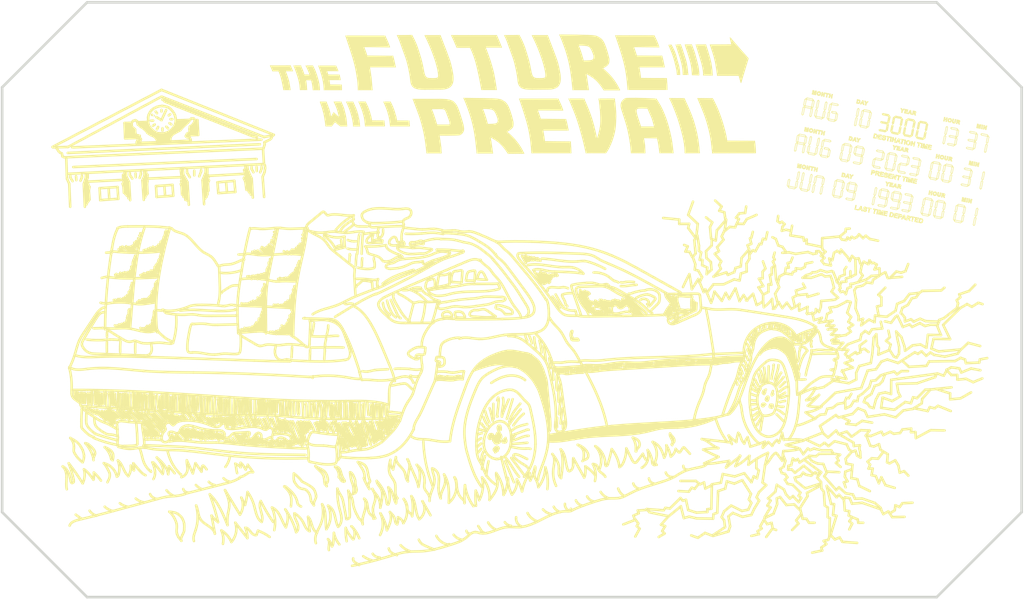
<source format=kicad_pcb>
(kicad_pcb (version 20211014) (generator pcbnew)
  (title_block (title "Future_Badge") (date "2023-04-15") (rev "1") (company "Crafted by @alt_bier a.k.a. Richard Gowen"))
  (layers (0 "F.Cu" signal) (31 "B.Cu" signal) (34 "B.Paste" user) (35 "F.Paste" user) (36 "B.SilkS" user "B.Silkscreen") (37 "F.SilkS" user "F.Silkscreen") (38 "B.Mask" user) (39 "F.Mask" user) (44 "Edge.Cuts" user))
  (net 0 "")
  (footprint "0_local:future_badge_frontmask_flames" (layer "F.Cu") (at 140.15 77.216)
    (fp_text reference "REF**")
    (fp_text value "future_badge_frontmask_flames")
  )
  (footprint "0_local:future_badge_frontsilk_title_txt" (layer "F.Cu") (at 147.066 63.754)
    (fp_text reference "REF**")
    (fp_text value "future_badge_frontsilk_title_txt")
  )
  (footprint "0_local:future_badge_edgecuts" (layer "F.Cu") (at 140.97 73.66)
    (fp_text reference "REF**")
    (fp_text value "future_badge_edgecuts")
    (fp_line (start -66.928571 34.571428) (end -55.5 46) (layer "Edge.Cuts") (width 0.35))
    (fp_line (start 58.785714 46) (end 70.214286 34.571428) (layer "Edge.Cuts") (width 0.35))
    (fp_line (start -66.928571 -22.571429) (end -66.928571 34.571428) (layer "Edge.Cuts") (width 0.35))
    (fp_line (start 70.214286 -22.571429) (end 58.785714 -34) (layer "Edge.Cuts") (width 0.35))
    (fp_line (start -55.5 46) (end 58.785714 46) (layer "Edge.Cuts") (width 0.35))
    (fp_line (start -55.5 -34) (end -66.928571 -22.571429) (layer "Edge.Cuts") (width 0.35))
    (fp_line (start 70.214286 34.571428) (end 70.214286 -22.571429) (layer "Edge.Cuts") (width 0.35))
    (fp_line (start 58.785714 -34) (end -55.5 -34) (layer "Edge.Cuts") (width 0.35))
  )
  (footprint "0_local:future_badge_frontmask_lightning" (layer "F.Cu") (at 145.288 71.374)
    (fp_text reference "REF**")
    (fp_text value "future_badge_frontmask_lightning")
  )
  (footprint "0_local:future_badge_frontsilk_notxt" (layer "F.Cu") (at 145.288 58.928)
    (fp_text reference "REF**")
    (fp_text value "future_badge_frontsilk_notxt")
  )
  (footprint "0_local:future_badge_frontsilk_panel" (layer "F.Cu") (at 141.732 72.644)
    (fp_text reference "REF**")
    (fp_text value "future_badge_frontsilk_panel")
  )
)
</source>
